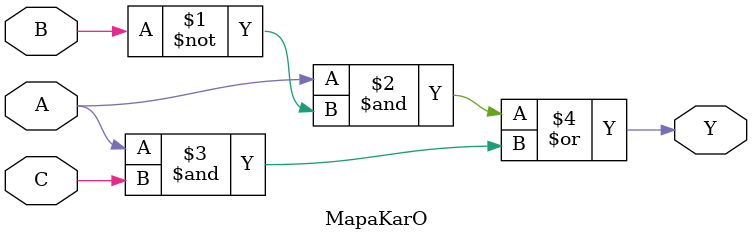
<source format=v>
 

module SOPG(input wire A, B, C, output wire Y);
//Outputs de gates
  wire NB, NC, A1, A2, A3;
//programación gates
  not (NB, B);
  not (NC, C);
  and (A1, A, NB, NC);
  and (A2, A, NB, C);
  and (A3, A, B, C);
  or  (Y, A1, A2, A3);

endmodule


// Ecuación a implementar: Y = (A+B+C)*(A+B+C')*(A+B'+C)*(A+B'+C')*(A'+B'+C)
module POSG(input wire A, B, C, output wire Y);
//output de gates
  wire NA, NB, NC, O1, O2, O3, O4, O5;
//programación de gates
  not (NA, A);
  not (NB, B);
  not (NC, C);
  or  (O1, A, B, C);
  or  (O2, A, B, NC);
  or  (O3, A, NB, C);
  or  (O4, A, NB, NC);
  or  (O5, NA, NB, C);
  and (Y, O1, O2, O3, O4, O5);

endmodule


// Ecuación a implementar: Y = AB' + AC
module MapaKarG(input wire A, B, C, output wire Y);
//output de gates
  wire NB, A1, A2;
//programación de gates
  not (NB, B);
  and (A1, A, NB);
  and (A2, A, C);
  or  (Y, A1, A2);

endmodule



//Cominezo progra utilizando operadores lógicos

//Ecuación a implementar: AB'C' + AB'C + ABC
module SOPO(input wire A, B, C, output wire Y);

  assign Y = (A&~B&~C)|(A&~B&C)|(A&B&C);

endmodule


//Ecuación a implementar: (A+B+C)*(A+B+C')*(A+B'+C)*(A+B'+C')*(A'+B'+C)
module POSO(input wire A, B, C, output wire Y);

  assign Y = (A|B|C)&(A|B|~C)&(A|~B|C)&(A|~B|~C)&(~A|~B|C);

endmodule


//Ecuación a implementar: AB' + AC
module MapaKarO(input wire A, B, C, output wire Y);

  assign Y = (A&~B)|(A&C);

endmodule





</source>
